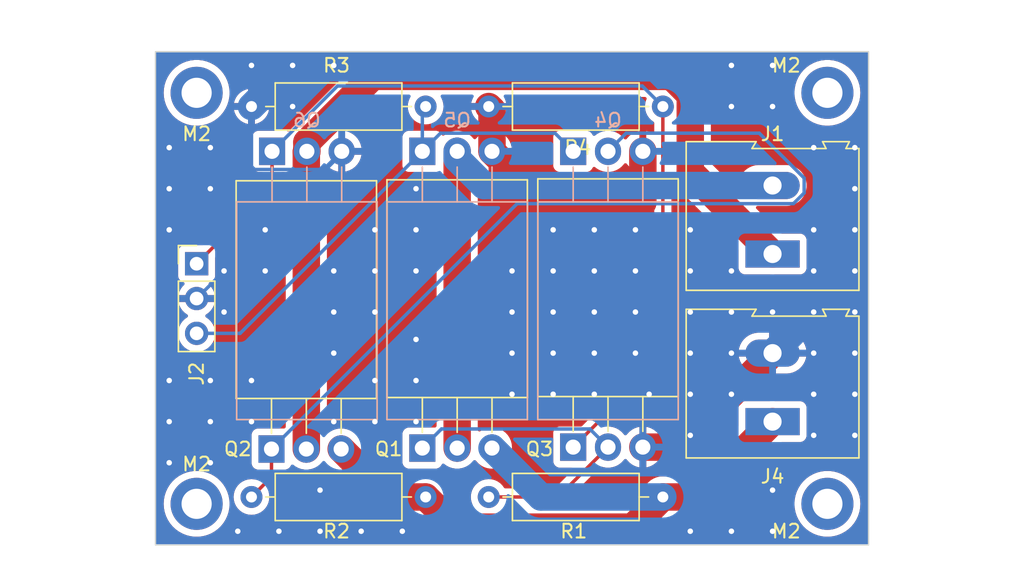
<source format=kicad_pcb>
(kicad_pcb (version 20221018) (generator pcbnew)
  (layers (0 "F.Cu" signal) (31 "B.Cu" signal) (34 "B.Paste" user) (35 "F.Paste" user) (36 "B.SilkS" user "B.Silkscreen") (37 "F.SilkS" user "F.Silkscreen") (38 "B.Mask" user) (39 "F.Mask" user) (44 "Edge.Cuts" user))
  (net 0 "")
  (net 1 "/B")
  (net 2 "Net-(J1-Pin_1)")
  (net 3 "GND")
  (net 4 "VDD")
  (net 5 "/A")
  (net 6 "Net-(J1-Pin_2)")
  (net 7 "Net-(Q1-G)")
  (net 8 "Net-(Q2-G)")
  (footprint "Resistor_THT:R_Axial_DIN0309_L9.0mm_D3.2mm_P12.70mm_Horizontal" (layer "F.Cu") (at 154 61.5 180)
    (fp_text reference "R1" (at 6.5 -2.5) (layer "F.SilkS"))
    (fp_text value "10k")
    (fp_line (start 1.04 0) (end 1.73 0) (stroke (width 0.12)) (layer "F.SilkS"))
    (fp_line (start 1.73 -1.72) (end 1.73 1.72) (stroke (width 0.12)) (layer "F.SilkS"))
    (fp_line (start 1.73 1.72) (end 10.97 1.72) (stroke (width 0.12)) (layer "F.SilkS"))
    (fp_line (start 10.97 -1.72) (end 1.73 -1.72) (stroke (width 0.12)) (layer "F.SilkS"))
    (fp_line (start 10.97 1.72) (end 10.97 -1.72) (stroke (width 0.12)) (layer "F.SilkS"))
    (fp_line (start 11.66 0) (end 10.97 0) (stroke (width 0.12)) (layer "F.SilkS"))
    (pad "1" thru_hole circle (at 0 0 180) (size 1.6 1.6) (drill 0.8) (layers "*.Cu" "*.Mask") (net 4 "VDD"))
    (pad "2" thru_hole oval (at 12.7 0 180) (size 1.6 1.6) (drill 0.8) (layers "*.Cu" "*.Mask") (net 7 "Net-(Q1-G)"))
  )
  (footprint "MountingHole:MountingHole_2.2mm_M2_DIN965_Pad" (layer "F.Cu") (at 166 62)
    (fp_text reference "M2" (at -3 2) (layer "F.SilkS"))
    (fp_text value "MountingHole_2.2mm_M2_DIN965_Pad")
    (pad "1" thru_hole circle (at 0 0) (size 3.8 3.8) (drill 2.2) (layers "*.Cu" "*.Mask"))
  )
  (footprint "MountingHole:MountingHole_2.2mm_M2_DIN965_Pad" (layer "F.Cu") (at 120 62)
    (fp_text reference "M2" (at 0 -2.9) (layer "F.SilkS"))
    (fp_text value "MountingHole_2.2mm_M2_DIN965_Pad")
    (pad "1" thru_hole circle (at 0 0) (size 3.8 3.8) (drill 2.2) (layers "*.Cu" "*.Mask"))
  )
  (footprint "Resistor_THT:R_Axial_DIN0309_L9.0mm_D3.2mm_P12.70mm_Horizontal" (layer "F.Cu") (at 136.7 61.5 180)
    (fp_text reference "R2" (at 6.5 -2.5) (layer "F.SilkS"))
    (fp_text value "10k")
    (fp_line (start 1.04 0) (end 1.73 0) (stroke (width 0.12)) (layer "F.SilkS"))
    (fp_line (start 1.73 -1.72) (end 1.73 1.72) (stroke (width 0.12)) (layer "F.SilkS"))
    (fp_line (start 1.73 1.72) (end 10.97 1.72) (stroke (width 0.12)) (layer "F.SilkS"))
    (fp_line (start 10.97 -1.72) (end 1.73 -1.72) (stroke (width 0.12)) (layer "F.SilkS"))
    (fp_line (start 10.97 1.72) (end 10.97 -1.72) (stroke (width 0.12)) (layer "F.SilkS"))
    (fp_line (start 11.66 0) (end 10.97 0) (stroke (width 0.12)) (layer "F.SilkS"))
    (pad "1" thru_hole circle (at 0 0 180) (size 1.6 1.6) (drill 0.8) (layers "*.Cu" "*.Mask") (net 4 "VDD"))
    (pad "2" thru_hole oval (at 12.7 0 180) (size 1.6 1.6) (drill 0.8) (layers "*.Cu" "*.Mask") (net 8 "Net-(Q2-G)"))
  )
  (footprint "Package_TO_SOT_THT:TO-220-3_Horizontal_TabDown" (layer "F.Cu") (at 136.46 57.93)
    (fp_text reference "Q1" (at -2.46 0.07) (layer "F.SilkS"))
    (fp_text value "IRF9540N")
    (fp_line (start -2.58 -19.58) (end -2.58 -3.69) (stroke (width 0.12)) (layer "F.SilkS"))
    (fp_line (start -2.58 -19.58) (end 7.66 -19.58) (stroke (width 0.12)) (layer "F.SilkS"))
    (fp_line (start -2.58 -3.69) (end 7.66 -3.69) (stroke (width 0.12)) (layer "F.SilkS"))
    (fp_line (start 0 -3.69) (end 0 -1.15) (stroke (width 0.12)) (layer "F.SilkS"))
    (fp_line (start 2.54 -3.69) (end 2.54 -1.15) (stroke (width 0.12)) (layer "F.SilkS"))
    (fp_line (start 5.08 -3.69) (end 5.08 -1.15) (stroke (width 0.12)) (layer "F.SilkS"))
    (fp_line (start 7.66 -19.58) (end 7.66 -3.69) (stroke (width 0.12)) (layer "F.SilkS"))
    (pad "1" thru_hole rect (at 0 0) (size 1.905 2) (drill 1.1) (layers "*.Cu" "*.Mask") (net 7 "Net-(Q1-G)"))
    (pad "2" thru_hole oval (at 2.54 0) (size 1.905 2) (drill 1.1) (layers "*.Cu" "*.Mask") (net 6 "Net-(J1-Pin_2)"))
    (pad "3" thru_hole oval (at 5.08 0) (size 1.905 2) (drill 1.1) (layers "*.Cu" "*.Mask") (net 4 "VDD"))
  )
  (footprint "Resistor_THT:R_Axial_DIN0309_L9.0mm_D3.2mm_P12.70mm_Horizontal" (layer "F.Cu") (at 136.7 33 180)
    (fp_text reference "R3" (at 6.5 3) (layer "F.SilkS"))
    (fp_text value "10k")
    (fp_line (start 1.04 0) (end 1.73 0) (stroke (width 0.12)) (layer "F.SilkS"))
    (fp_line (start 1.73 -1.72) (end 1.73 1.72) (stroke (width 0.12)) (layer "F.SilkS"))
    (fp_line (start 1.73 1.72) (end 10.97 1.72) (stroke (width 0.12)) (layer "F.SilkS"))
    (fp_line (start 10.97 -1.72) (end 1.73 -1.72) (stroke (width 0.12)) (layer "F.SilkS"))
    (fp_line (start 10.97 1.72) (end 10.97 -1.72) (stroke (width 0.12)) (layer "F.SilkS"))
    (fp_line (start 11.66 0) (end 10.97 0) (stroke (width 0.12)) (layer "F.SilkS"))
    (pad "1" thru_hole circle (at 0 0 180) (size 1.6 1.6) (drill 0.8) (layers "*.Cu" "*.Mask") (net 1 "/B"))
    (pad "2" thru_hole oval (at 12.7 0 180) (size 1.6 1.6) (drill 0.8) (layers "*.Cu" "*.Mask") (net 3 "GND"))
  )
  (footprint "TerminalBlock:TerminalBlock_Altech_AK300-2_P5.00mm" (layer "F.Cu") (at 162 56 90)
    (fp_text reference "J4" (at -4 0 180) (layer "F.SilkS"))
    (fp_text value "BATTERY")
    (fp_line (start -2.65 -6.3) (end -2.65 6.3) (stroke (width 0.12)) (layer "F.SilkS"))
    (fp_line (start -2.65 6.3) (end 7.7 6.3) (stroke (width 0.12)) (layer "F.SilkS"))
    (fp_line (start 7.7 -1.5) (end 8.2 -1.2) (stroke (width 0.12)) (layer "F.SilkS"))
    (fp_line (start 7.7 3.9) (end 7.7 -1.5) (stroke (width 0.12)) (layer "F.SilkS"))
    (fp_line (start 7.7 5.35) (end 8.2 5.6) (stroke (width 0.12)) (layer "F.SilkS"))
    (fp_line (start 7.7 6.3) (end 7.7 5.35) (stroke (width 0.12)) (layer "F.SilkS"))
    (fp_line (start 8.2 -6.3) (end -2.65 -6.3) (stroke (width 0.12)) (layer "F.SilkS"))
    (fp_line (start 8.2 -1.2) (end 8.2 -6.3) (stroke (width 0.12)) (layer "F.SilkS"))
    (fp_line (start 8.2 3.65) (end 7.7 3.9) (stroke (width 0.12)) (layer "F.SilkS"))
    (fp_line (start 8.2 3.7) (end 8.2 3.65) (stroke (width 0.12)) (layer "F.SilkS"))
    (fp_line (start 8.2 5.6) (end 8.2 3.7) (stroke (width 0.12)) (layer "F.SilkS"))
    (pad "1" thru_hole rect (at 0 0 90) (size 1.98 3.96) (drill 1.32) (layers "*.Cu" "*.Mask") (net 4 "VDD"))
    (pad "2" thru_hole oval (at 5 0 90) (size 1.98 3.96) (drill 1.32) (layers "*.Cu" "*.Mask") (net 3 "GND"))
  )
  (footprint "MountingHole:MountingHole_2.2mm_M2_DIN965_Pad" (layer "F.Cu") (at 166 32)
    (fp_text reference "M2" (at -3 -2) (layer "F.SilkS"))
    (fp_text value "MountingHole_2.2mm_M2_DIN965_Pad")
    (pad "1" thru_hole circle (at 0 0) (size 3.8 3.8) (drill 2.2) (layers "*.Cu" "*.Mask"))
  )
  (footprint "Package_TO_SOT_THT:TO-220-3_Horizontal_TabDown" (layer "F.Cu") (at 125.46 58)
    (fp_text reference "Q2" (at -2.46 0 180) (layer "F.SilkS"))
    (fp_text value "IRF9540N")
    (fp_line (start -2.58 -19.58) (end -2.58 -3.69) (stroke (width 0.12)) (layer "F.SilkS"))
    (fp_line (start -2.58 -19.58) (end 7.66 -19.58) (stroke (width 0.12)) (layer "F.SilkS"))
    (fp_line (start -2.58 -3.69) (end 7.66 -3.69) (stroke (width 0.12)) (layer "F.SilkS"))
    (fp_line (start 0 -3.69) (end 0 -1.15) (stroke (width 0.12)) (layer "F.SilkS"))
    (fp_line (start 2.54 -3.69) (end 2.54 -1.15) (stroke (width 0.12)) (layer "F.SilkS"))
    (fp_line (start 5.08 -3.69) (end 5.08 -1.15) (stroke (width 0.12)) (layer "F.SilkS"))
    (fp_line (start 7.66 -19.58) (end 7.66 -3.69) (stroke (width 0.12)) (layer "F.SilkS"))
    (pad "1" thru_hole rect (at 0 0) (size 1.905 2) (drill 1.1) (layers "*.Cu" "*.Mask") (net 8 "Net-(Q2-G)"))
    (pad "2" thru_hole oval (at 2.54 0) (size 1.905 2) (drill 1.1) (layers "*.Cu" "*.Mask") (net 2 "Net-(J1-Pin_1)"))
    (pad "3" thru_hole oval (at 5.08 0) (size 1.905 2) (drill 1.1) (layers "*.Cu" "*.Mask") (net 4 "VDD"))
  )
  (footprint "Resistor_THT:R_Axial_DIN0309_L9.0mm_D3.2mm_P12.70mm_Horizontal" (layer "F.Cu") (at 154 33 180)
    (fp_text reference "R4" (at 6.2 -3) (layer "F.SilkS"))
    (fp_text value "10k")
    (fp_line (start 1.04 0) (end 1.73 0) (stroke (width 0.12)) (layer "F.SilkS"))
    (fp_line (start 1.73 -1.72) (end 1.73 1.72) (stroke (width 0.12)) (layer "F.SilkS"))
    (fp_line (start 1.73 1.72) (end 10.97 1.72) (stroke (width 0.12)) (layer "F.SilkS"))
    (fp_line (start 10.97 -1.72) (end 1.73 -1.72) (stroke (width 0.12)) (layer "F.SilkS"))
    (fp_line (start 10.97 1.72) (end 10.97 -1.72) (stroke (width 0.12)) (layer "F.SilkS"))
    (fp_line (start 11.66 0) (end 10.97 0) (stroke (width 0.12)) (layer "F.SilkS"))
    (pad "1" thru_hole circle (at 0 0 180) (size 1.6 1.6) (drill 0.8) (layers "*.Cu" "*.Mask") (net 5 "/A"))
    (pad "2" thru_hole oval (at 12.7 0 180) (size 1.6 1.6) (drill 0.8) (layers "*.Cu" "*.Mask") (net 3 "GND"))
  )
  (footprint "TerminalBlock:TerminalBlock_Altech_AK300-2_P5.00mm" (layer "F.Cu") (at 162 43.765 90)
    (fp_text reference "J1" (at 8.765 0 180) (layer "F.SilkS"))
    (fp_text value "MOTOR")
    (fp_line (start -2.65 -6.3) (end -2.65 6.3) (stroke (width 0.12)) (layer "F.SilkS"))
    (fp_line (start -2.65 6.3) (end 7.7 6.3) (stroke (width 0.12)) (layer "F.SilkS"))
    (fp_line (start 7.7 -1.5) (end 8.2 -1.2) (stroke (width 0.12)) (layer "F.SilkS"))
    (fp_line (start 7.7 3.9) (end 7.7 -1.5) (stroke (width 0.12)) (layer "F.SilkS"))
    (fp_line (start 7.7 5.35) (end 8.2 5.6) (stroke (width 0.12)) (layer "F.SilkS"))
    (fp_line (start 7.7 6.3) (end 7.7 5.35) (stroke (width 0.12)) (layer "F.SilkS"))
    (fp_line (start 8.2 -6.3) (end -2.65 -6.3) (stroke (width 0.12)) (layer "F.SilkS"))
    (fp_line (start 8.2 -1.2) (end 8.2 -6.3) (stroke (width 0.12)) (layer "F.SilkS"))
    (fp_line (start 8.2 3.65) (end 7.7 3.9) (stroke (width 0.12)) (layer "F.SilkS"))
    (fp_line (start 8.2 3.7) (end 8.2 3.65) (stroke (width 0.12)) (layer "F.SilkS"))
    (fp_line (start 8.2 5.6) (end 8.2 3.7) (stroke (width 0.12)) (layer "F.SilkS"))
    (pad "1" thru_hole rect (at 0 0 90) (size 1.98 3.96) (drill 1.32) (layers "*.Cu" "*.Mask") (net 2 "Net-(J1-Pin_1)"))
    (pad "2" thru_hole oval (at 5 0 90) (size 1.98 3.96) (drill 1.32) (layers "*.Cu" "*.Mask") (net 6 "Net-(J1-Pin_2)"))
  )
  (footprint "Connector_PinHeader_2.54mm:PinHeader_1x03_P2.54mm_Vertical" (layer "F.Cu") (at 120 44.475)
    (fp_text reference "J2" (at 0 8.025 90) (layer "F.SilkS"))
    (fp_text value "Control")
    (fp_line (start -1.33 -1.33) (end 0 -1.33) (stroke (width 0.12)) (layer "F.SilkS"))
    (fp_line (start -1.33 0) (end -1.33 -1.33) (stroke (width 0.12)) (layer "F.SilkS"))
    (fp_line (start -1.33 1.27) (end -1.33 6.41) (stroke (width 0.12)) (layer "F.SilkS"))
    (fp_line (start -1.33 1.27) (end 1.33 1.27) (stroke (width 0.12)) (layer "F.SilkS"))
    (fp_line (start -1.33 6.41) (end 1.33 6.41) (stroke (width 0.12)) (layer "F.SilkS"))
    (fp_line (start 1.33 1.27) (end 1.33 6.41) (stroke (width 0.12)) (layer "F.SilkS"))
    (pad "1" thru_hole rect (at 0 0) (size 1.7 1.7) (drill 1) (layers "*.Cu" "*.Mask") (net 5 "/A"))
    (pad "2" thru_hole oval (at 0 2.54) (size 1.7 1.7) (drill 1) (layers "*.Cu" "*.Mask") (net 3 "GND"))
    (pad "3" thru_hole oval (at 0 5.08) (size 1.7 1.7) (drill 1) (layers "*.Cu" "*.Mask") (net 1 "/B"))
  )
  (footprint "Package_TO_SOT_THT:TO-220-3_Horizontal_TabDown" (layer "F.Cu") (at 147.46 57.86)
    (fp_text reference "Q3" (at -2.46 0.14) (layer "F.SilkS"))
    (fp_text value "IRF510")
    (fp_line (start -2.58 -19.58) (end -2.58 -3.69) (stroke (width 0.12)) (layer "F.SilkS"))
    (fp_line (start -2.58 -19.58) (end 7.66 -19.58) (stroke (width 0.12)) (layer "F.SilkS"))
    (fp_line (start -2.58 -3.69) (end 7.66 -3.69) (stroke (width 0.12)) (layer "F.SilkS"))
    (fp_line (start 0 -3.69) (end 0 -1.15) (stroke (width 0.12)) (layer "F.SilkS"))
    (fp_line (start 2.54 -3.69) (end 2.54 -1.15) (stroke (width 0.12)) (layer "F.SilkS"))
    (fp_line (start 5.08 -3.69) (end 5.08 -1.15) (stroke (width 0.12)) (layer "F.SilkS"))
    (fp_line (start 7.66 -19.58) (end 7.66 -3.69) (stroke (width 0.12)) (layer "F.SilkS"))
    (pad "1" thru_hole rect (at 0 0) (size 1.905 2) (drill 1.1) (layers "*.Cu" "*.Mask") (net 5 "/A"))
    (pad "2" thru_hole oval (at 2.54 0) (size 1.905 2) (drill 1.1) (layers "*.Cu" "*.Mask") (net 7 "Net-(Q1-G)"))
    (pad "3" thru_hole oval (at 5.08 0) (size 1.905 2) (drill 1.1) (layers "*.Cu" "*.Mask") (net 3 "GND"))
  )
  (footprint "MountingHole:MountingHole_2.2mm_M2_DIN965_Pad" (layer "F.Cu") (at 120 32)
    (fp_text reference "M2" (at 0 3) (layer "F.SilkS"))
    (fp_text value "MountingHole_2.2mm_M2_DIN965_Pad")
    (pad "1" thru_hole circle (at 0 0) (size 3.8 3.8) (drill 2.2) (layers "*.Cu" "*.Mask"))
  )
  (footprint "Package_TO_SOT_THT:TO-220-3_Horizontal_TabDown" (layer "B.Cu") (at 125.5 36.27)
    (fp_text reference "Q6" (at 2.54 -2.27 180) (layer "B.SilkS") (effects (justify mirror)))
    (fp_text value "IRF510")
    (fp_line (start -2.58 3.69) (end 7.66 3.69) (stroke (width 0.12)) (layer "B.SilkS"))
    (fp_line (start -2.58 19.58) (end -2.58 3.69) (stroke (width 0.12)) (layer "B.SilkS"))
    (fp_line (start -2.58 19.58) (end 7.66 19.58) (stroke (width 0.12)) (layer "B.SilkS"))
    (fp_line (start 0 3.69) (end 0 1.15) (stroke (width 0.12)) (layer "B.SilkS"))
    (fp_line (start 2.54 3.69) (end 2.54 1.15) (stroke (width 0.12)) (layer "B.SilkS"))
    (fp_line (start 5.08 3.69) (end 5.08 1.15) (stroke (width 0.12)) (layer "B.SilkS"))
    (fp_line (start 7.66 19.58) (end 7.66 3.69) (stroke (width 0.12)) (layer "B.SilkS"))
    (pad "1" thru_hole rect (at 0 0) (size 1.905 2) (drill 1.1) (layers "*.Cu" "*.Mask") (net 5 "/A"))
    (pad "2" thru_hole oval (at 2.54 0) (size 1.905 2) (drill 1.1) (layers "*.Cu" "*.Mask") (net 2 "Net-(J1-Pin_1)"))
    (pad "3" thru_hole oval (at 5.08 0) (size 1.905 2) (drill 1.1) (layers "*.Cu" "*.Mask") (net 3 "GND"))
  )
  (footprint "Package_TO_SOT_THT:TO-220-3_Horizontal_TabDown" (layer "B.Cu") (at 136.46 36.27)
    (fp_text reference "Q5" (at 2.54 -2.27 180) (layer "B.SilkS") (effects (justify mirror)))
    (fp_text value "IRF510")
    (fp_line (start -2.58 3.69) (end 7.66 3.69) (stroke (width 0.12)) (layer "B.SilkS"))
    (fp_line (start -2.58 19.58) (end -2.58 3.69) (stroke (width 0.12)) (layer "B.SilkS"))
    (fp_line (start -2.58 19.58) (end 7.66 19.58) (stroke (width 0.12)) (layer "B.SilkS"))
    (fp_line (start 0 3.69) (end 0 1.15) (stroke (width 0.12)) (layer "B.SilkS"))
    (fp_line (start 2.54 3.69) (end 2.54 1.15) (stroke (width 0.12)) (layer "B.SilkS"))
    (fp_line (start 5.08 3.69) (end 5.08 1.15) (stroke (width 0.12)) (layer "B.SilkS"))
    (fp_line (start 7.66 19.58) (end 7.66 3.69) (stroke (width 0.12)) (layer "B.SilkS"))
    (pad "1" thru_hole rect (at 0 0) (size 1.905 2) (drill 1.1) (layers "*.Cu" "*.Mask") (net 1 "/B"))
    (pad "2" thru_hole oval (at 2.54 0) (size 1.905 2) (drill 1.1) (layers "*.Cu" "*.Mask") (net 6 "Net-(J1-Pin_2)"))
    (pad "3" thru_hole oval (at 5.08 0) (size 1.905 2) (drill 1.1) (layers "*.Cu" "*.Mask") (net 3 "GND"))
  )
  (footprint "Package_TO_SOT_THT:TO-220-3_Horizontal_TabDown" (layer "B.Cu") (at 147.46 36.27)
    (fp_text reference "Q4" (at 2.54 -2.27 180) (layer "B.SilkS") (effects (justify mirror)))
    (fp_text value "IRF510")
    (fp_line (start -2.58 3.69) (end 7.66 3.69) (stroke (width 0.12)) (layer "B.SilkS"))
    (fp_line (start -2.58 19.58) (end -2.58 3.69) (stroke (width 0.12)) (layer "B.SilkS"))
    (fp_line (start -2.58 19.58) (end 7.66 19.58) (stroke (width 0.12)) (layer "B.SilkS"))
    (fp_line (start 0 3.69) (end 0 1.15) (stroke (width 0.12)) (layer "B.SilkS"))
    (fp_line (start 2.54 3.69) (end 2.54 1.15) (stroke (width 0.12)) (layer "B.SilkS"))
    (fp_line (start 5.08 3.69) (end 5.08 1.15) (stroke (width 0.12)) (layer "B.SilkS"))
    (fp_line (start 7.66 19.58) (end 7.66 3.69) (stroke (width 0.12)) (layer "B.SilkS"))
    (pad "1" thru_hole rect (at 0 0) (size 1.905 2) (drill 1.1) (layers "*.Cu" "*.Mask") (net 1 "/B"))
    (pad "2" thru_hole oval (at 2.54 0) (size 1.905 2) (drill 1.1) (layers "*.Cu" "*.Mask") (net 8 "Net-(Q2-G)"))
    (pad "3" thru_hole oval (at 5.08 0) (size 1.905 2) (drill 1.1) (layers "*.Cu" "*.Mask") (net 3 "GND"))
  )
  (gr_rect (start 117 29) (end 169 65) (stroke (width 0.1)) (fill none) (layer "Edge.Cuts"))
  (segment (start 147.46 36.27) (end 146.135 34.945) (width 0.25) (layer "B.Cu") (net 1))
  (segment (start 146.135 34.945) (end 137.785 34.945) (width 0.25) (layer "B.Cu") (net 1))
  (segment (start 137.785 34.945) (end 136.46 36.27) (width 0.25) (layer "B.Cu") (net 1))
  (segment (start 123.175 49.555) (end 120 49.555) (width 0.25) (layer "B.Cu") (net 1))
  (segment (start 136.46 36.27) (end 123.175 49.555) (width 0.25) (layer "B.Cu") (net 1))
  (segment (start 136.46 33.24) (end 136.7 33) (width 0.25) (layer "B.Cu") (net 1))
  (segment (start 136.46 36.27) (end 136.46 33.24) (width 0.25) (layer "B.Cu") (net 1))
  (segment (start 154.628428 30.8) (end 132.8525 30.8) (width 2) (layer "F.Cu") (net 2))
  (segment (start 128.04 35.6125) (end 128.04 36.27) (width 2) (layer "F.Cu") (net 2))
  (segment (start 128 58) (end 128 36.31) (width 2) (layer "F.Cu") (net 2))
  (segment (start 156 37.765) (end 156 32.171572) (width 2) (layer "F.Cu") (net 2))
  (segment (start 132.8525 30.8) (end 128.04 35.6125) (width 2) (layer "F.Cu") (net 2))
  (segment (start 156 32.171572) (end 154.628428 30.8) (width 2) (layer "F.Cu") (net 2))
  (segment (start 128 36.31) (end 128.04 36.27) (width 2) (layer "F.Cu") (net 2))
  (segment (start 162 43.765) (end 156 37.765) (width 2) (layer "F.Cu") (net 2))
  (segment (start 147.27 42) (end 146.81 41.54) (width 2) (layer "F.Cu") (net 3))
  (segment (start 156 57) (end 159 54) (width 2) (layer "F.Cu") (net 3))
  (segment (start 141.54 36.27) (end 141.54 33.24) (width 2) (layer "F.Cu") (net 3))
  (segment (start 151 41.54) (end 150.54 42) (width 2) (layer "F.Cu") (net 3))
  (segment (start 159 54) (end 162 51) (width 2) (layer "F.Cu") (net 3))
  (segment (start 141.54 36.27) (end 146 40.73) (width 2) (layer "F.Cu") (net 3))
  (segment (start 146 40.73) (end 146 42) (width 2) (layer "F.Cu") (net 3))
  (segment (start 152.54 57.86) (end 155.14 57.86) (width 2) (layer "F.Cu") (net 3))
  (segment (start 152 42) (end 152 40.54) (width 2) (layer "F.Cu") (net 3))
  (segment (start 149.46 41.54) (end 151 41.54) (width 2) (layer "F.Cu") (net 3))
  (segment (start 146.81 41.54) (end 148.54 41.54) (width 2) (layer "F.Cu") (net 3))
  (segment (start 150.54 42) (end 152 42) (width 2) (layer "F.Cu") (net 3))
  (segment (start 141.54 33.24) (end 141.3 33) (width 2) (layer "F.Cu") (net 3))
  (segment (start 152 40.54) (end 152.54 40) (width 2) (layer "F.Cu") (net 3))
  (segment (start 155.14 57.86) (end 156 57) (width 2) (layer "F.Cu") (net 3))
  (segment (start 146 42) (end 147.27 42) (width 2) (layer "F.Cu") (net 3))
  (segment (start 149 42) (end 149.46 41.54) (width 2) (layer "F.Cu") (net 3))
  (segment (start 152.54 40) (end 152.54 36.27) (width 2) (layer "F.Cu") (net 3))
  (segment (start 148.54 41.54) (end 149 42) (width 2) (layer "F.Cu") (net 3))
  (via (at 118 39) (size 0.8) (drill 0.4) (layers "F.Cu" "B.Cu") (net 3))
  (via (at 146 48) (size 0.8) (drill 0.4) (layers "F.Cu" "B.Cu") (net 3))
  (via (at 153 54) (size 0.8) (drill 0.4) (layers "F.Cu" "B.Cu") (net 3))
  (via (at 152 51) (size 0.8) (drill 0.4) (layers "F.Cu" "B.Cu") (net 3))
  (via (at 121 39) (size 0.8) (drill 0.4) (layers "F.Cu" "B.Cu") (net 3))
  (via (at 168 36) (size 0.8) (drill 0.4) (layers "F.Cu" "B.Cu") (net 3))
  (via (at 122 45) (size 0.8) (drill 0.4) (layers "F.Cu" "B.Cu") (net 3))
  (via (at 165 36) (size 0.8) (drill 0.4) (layers "F.Cu" "B.Cu") (net 3))
  (via (at 118 59) (size 0.8) (drill 0.4) (layers "F.Cu" "B.Cu") (net 3))
  (via (at 149 45) (size 0.8) (drill 0.4) (layers "F.Cu" "B.Cu") (net 3))
  (via (at 132 64) (size 0.8) (drill 0.4) (layers "F.Cu" "B.Cu") (net 3))
  (via (at 165 48) (size 0.8) (drill 0.4) (layers "F.Cu" "B.Cu") (net 3))
  (via (at 149 51) (size 0.8) (drill 0.4) (layers "F.Cu" "B.Cu") (net 3))
  (via (at 129 64) (size 0.8) (drill 0.4) (layers "F.Cu" "B.Cu") (net 3))
  (via (at 165 54) (size 0.8) (drill 0.4) (layers "F.Cu" "B.Cu") (net 3))
  (via (at 156 45) (size 0.8) (drill 0.4) (layers "F.Cu" "B.Cu") (net 3))
  (via (at 156 54) (size 0.8) (drill 0.4) (layers "F.Cu" "B.Cu") (net 3))
  (via (at 127 33) (size 0.8) (drill 0.4) (layers "F.Cu" "B.Cu") (net 3))
  (via (at 136 50) (size 0.8) (drill 0.4) (layers "F.Cu" "B.Cu") (net 3))
  (via (at 123 64) (size 0.8) (drill 0.4) (layers "F.Cu" "B.Cu") (net 3))
  (via (at 143 54) (size 0.8) (drill 0.4) (layers "F.Cu" "B.Cu") (net 3))
  (via (at 159 33) (size 0.8) (drill 0.4) (layers "F.Cu" "B.Cu") (net 3))
  (via (at 146 42) (size 0.8) (drill 0.4) (layers "F.Cu" "B.Cu") (net 3))
  (via (at 130 48) (size 0.8) (drill 0.4) (layers "F.Cu" "B.Cu") (net 3))
  (via (at 159 54) (size 0.8) (drill 0.4) (layers "F.Cu" "B.Cu") (net 3))
  (via (at 136 53) (size 0.8) (drill 0.4) (layers "F.Cu" "B.Cu") (net 3))
  (via (at 122 48) (size 0.8) (drill 0.4) (layers "F.Cu" "B.Cu") (net 3))
  (via (at 159 64) (size 0.8) (drill 0.4) (layers "F.Cu" "B.Cu") (net 3))
  (via (at 152 48) (size 0.8) (drill 0.4) (layers "F.Cu" "B.Cu") (net 3))
  (via (at 125 45) (size 0.8) (drill 0.4) (layers "F.Cu" "B.Cu") (net 3))
  (via (at 125 42) (size 0.8) (drill 0.4) (layers "F.Cu" "B.Cu") (net 3))
  (via (at 165 51) (size 0.8) (drill 0.4) (layers "F.Cu" "B.Cu") (net 3))
  (via (at 149 48) (size 0.8) (drill 0.4) (layers "F.Cu" "B.Cu") (net 3))
  (via (at 136 42) (size 0.8) (drill 0.4) (layers "F.Cu" "B.Cu") (net 3))
  (via (at 159 51) (size 0.8) (drill 0.4) (layers "F.Cu" "B.Cu") (net 3))
  (via (at 149 54) (size 0.8) (drill 0.4) (layers "F.Cu" "B.Cu") (net 3))
  (via (at 162 33) (size 0.8) (drill 0.4) (layers "F.Cu" "B.Cu") (net 3))
  (via (at 121 59) (size 0.8) (drill 0.4) (layers "F.Cu" "B.Cu") (net 3))
  (via (at 159 48) (size 0.8) (drill 0.4) (layers "F.Cu" "B.Cu") (net 3))
  (via (at 136 56) (size 0.8) (drill 0.4) (layers "F.Cu" "B.Cu") (net 3))
  (via (at 118 56) (size 0.8) (drill 0.4) (layers "F.Cu" "B.Cu") (net 3))
  (via (at 162 48) (size 0.8) (drill 0.4) (layers "F.Cu" "B.Cu") (net 3))
  (via (at 168 48) (size 0.8) (drill 0.4) (layers "F.Cu" "B.Cu") (net 3))
  (via (at 130 45) (size 0.8) (drill 0.4) (layers "F.Cu" "B.Cu") (net 3))
  (via (at 135 64) (size 0.8) (drill 0.4) (layers "F.Cu" "B.Cu") (net 3))
  (via (at 146 45) (size 0.8) (drill 0.4) (layers "F.Cu" "B.Cu") (net 3))
  (via (at 130 30) (size 0.8) (drill 0.4) (layers "F.Cu" "B.Cu") (net 3))
  (via (at 133 42) (size 0.8) (drill 0.4) (layers "F.Cu" "B.Cu") (net 3))
  (via (at 156 48) (size 0.8) (drill 0.4) (layers "F.Cu" "B.Cu") (net 3))
  (via (at 133 48) (size 0.8) (drill 0.4) (layers "F.Cu" "B.Cu") (net 3))
  (via (at 149 42) (size 0.8) (drill 0.4) (layers "F.Cu" "B.Cu") (net 3))
  (via (at 133 56) (size 0.8) (drill 0.4) (layers "F.Cu" "B.Cu") (net 3))
  (via (at 127 30) (size 0.8) (drill 0.4) (layers "F.Cu" "B.Cu") (net 3))
  (via (at 118 53) (size 0.8) (drill 0.4) (layers "F.Cu" "B.Cu") (net 3))
  (via (at 136 39) (size 0.8) (drill 0.4) (layers "F.Cu" "B.Cu") (net 3))
  (via (at 159 30) (size 0.8) (drill 0.4) (layers "F.Cu" "B.Cu") (net 3))
  (via (at 168 54) (size 0.8) (drill 0.4) (layers "F.Cu" "B.Cu") (net 3))
  (via (at 156 42) (size 0.8) (drill 0.4) (layers "F.Cu" "B.Cu") (net 3))
  (via (at 162 30) (size 0.8) (drill 0.4) (layers "F.Cu" "B.Cu") (net 3))
  (via (at 121 56) (size 0.8) (drill 0.4) (layers "F.Cu" "B.Cu") (net 3))
  (via (at 118 42) (size 0.8) (drill 0.4) (layers "F.Cu" "B.Cu") (net 3))
  (via (at 143 45) (size 0.8) (drill 0.4) (layers "F.Cu" "B.Cu") (net 3))
  (via (at 133 45) (size 0.8) (drill 0.4) (layers "F.Cu" "B.Cu") (net 3))
  (via (at 162 61) (size 0.8) (drill 0.4) (layers "F.Cu" "B.Cu") (net 3))
  (via (at 168 42) (size 0.8) (drill 0.4) (layers "F.Cu" "B.Cu") (net 3))
  (via (at 121 53) (size 0.8) (drill 0.4) (layers "F.Cu" "B.Cu") (net 3))
  (via (at 168 39) (size 0.8) (drill 0.4) (layers "F.Cu" "B.Cu") (net 3))
  (via (at 130 51) (size 0.8) (drill 0.4) (layers "F.Cu" "B.Cu") (net 3))
  (via (at 143 51) (size 0.8) (drill 0.4) (layers "F.Cu" "B.Cu") (net 3))
  (via (at 156 57) (size 0.8) (drill 0.4) (layers "F.Cu" "B.Cu") (net 3))
  (via (at 118 36) (size 0.8) (drill 0.4) (layers "F.Cu" "B.Cu") (net 3))
  (via (at 168 57) (size 0.8) (drill 0.4) (layers "F.Cu" "B.Cu") (net 3))
  (via (at 168 45) (size 0.8) (drill 0.4) (layers "F.Cu" "B.Cu") (net 3))
  (via (at 146 54) (size 0.8) (drill 0.4) (layers "F.Cu" "B.Cu") (net 3))
  (via (at 146 51) (size 0.8) (drill 0.4) (layers "F.Cu" "B.Cu") (net 3))
  (via (at 156 51) (size 0.8) (drill 0.4) (layers "F.Cu" "B.Cu") (net 3))
  (via (at 130 56) (size 0.8) (drill 0.4) (layers "F.Cu" "B.Cu") (net 3))
  (via (at 162 64) (size 0.8) (drill 0.4) (layers "F.Cu" "B.Cu") (net 3))
  (via (at 124 56) (size 0.8) (drill 0.4) (layers "F.Cu" "B.Cu") (net 3))
  (via (at 136 45) (size 0.8) (drill 0.4) (layers "F.Cu" "B.Cu") (net 3))
  (via (at 165 57) (size 0.8) (drill 0.4) (layers "F.Cu" "B.Cu") (net 3))
  (via (at 165 45) (size 0.8) (drill 0.4) (layers "F.Cu" "B.Cu") (net 3))
  (via (at 133 53) (size 0.8) (drill 0.4) (layers "F.Cu" "B.Cu") (net 3))
  (via (at 126 64) (size 0.8) (drill 0.4) (layers "F.Cu" "B.Cu") (net 3))
  (via (at 159 45) (size 0.8) (drill 0.4) (layers "F.Cu" "B.Cu") (net 3))
  (via (at 124 30) (size 0.8) (drill 0.4) (layers "F.Cu" "B.Cu") (net 3))
  (via (at 143 48) (size 0.8) (drill 0.4) (layers "F.Cu" "B.Cu") (net 3))
  (via (at 124 53) (size 0.8) (drill 0.4) (layers "F.Cu" "B.Cu") (net 3))
  (via (at 121 36) (size 0.8) (drill 0.4) (layers "F.Cu" "B.Cu") (net 3))
  (via (at 156 64) (size 0.8) (drill 0.4) (layers "F.Cu" "B.Cu") (net 3))
  (via (at 129 61) (size 0.8) (drill 0.4) (layers "F.Cu" "B.Cu") (net 3))
  (via (at 152 42) (size 0.8) (drill 0.4) (layers "F.Cu" "B.Cu") (net 3))
  (via (at 168 51) (size 0.8) (drill 0.4) (layers "F.Cu" "B.Cu") (net 3))
  (via (at 165 42) (size 0.8) (drill 0.4) (layers "F.Cu" "B.Cu") (net 3))
  (via (at 152 45) (size 0.8) (drill 0.4) (layers "F.Cu" "B.Cu") (net 3))
  (segment (start 130.58 36.435) (end 130.58 36.27) (width 0.25) (layer "B.Cu") (net 3))
  (segment (start 158.7 30.175) (end 130.175 30.175) (width 2) (layer "B.Cu") (net 3))
  (segment (start 129.255 37.595) (end 124.2225 37.595) (width 0.25) (layer "B.Cu") (net 3))
  (segment (start 124 37.3725) (end 124 33) (width 0.25) (layer "B.Cu") (net 3))
  (segment (start 122 45) (end 122.015 45) (width 0.25) (layer "B.Cu") (net 3))
  (segment (start 122 45.015) (end 122 45) (width 0.25) (layer "B.Cu") (net 3))
  (segment (start 162 51) (end 165 48) (width 2) (layer "B.Cu") (net 3))
  (segment (start 125.015 42) (end 130.58 36.435) (width 0.25) (layer "B.Cu") (net 3))
  (segment (start 158.525 30) (end 158.7 30.175) (width 2) (layer "B.Cu") (net 3))
  (segment (start 167.284063 45.715937) (end 168 45) (width 2) (layer "B.Cu") (net 3))
  (segment (start 159 30) (end 158.525 30) (width 2) (layer "B.Cu") (net 3))
  (segment (start 168 39) (end 167.284063 38.759063) (width 2) (layer "B.Cu") (net 3))
  (segment (start 165 48) (end 167.284063 45.715937) (width 2) (layer "B.Cu") (net 3))
  (segment (start 164.525 36) (end 162 33.475) (width 2) (layer "B.Cu") (net 3))
  (segment (start 165 36) (end 164.525 36) (width 2) (layer "B.Cu") (net 3))
  (segment (start 126.825 30.175) (end 124 33) (width 2) (layer "B.Cu") (net 3))
  (segment (start 125 42.015) (end 125 42) (width 0.25) (layer "B.Cu") (net 3))
  (segment (start 162 33) (end 161.525 33) (width 2) (layer "B.Cu") (net 3))
  (segment (start 130 30) (end 129.825 30.175) (width 2) (layer "B.Cu") (net 3))
  (segment (start 165 36.475) (end 165 36) (width 2) (layer "B.Cu") (net 3))
  (segment (start 124.2225 37.595) (end 124 37.3725) (width 0.25) (layer "B.Cu") (net 3))
  (segment (start 130.58 36.27) (end 129.255 37.595) (width 0.25) (layer "B.Cu") (net 3))
  (segment (start 127 30) (end 126.825 30.175) (width 2) (layer "B.Cu") (net 3))
  (segment (start 129.825 30.175) (end 127 30) (width 2) (layer "B.Cu") (net 3))
  (segment (start 125 42) (end 125.015 42) (width 0.25) (layer "B.Cu") (net 3))
  (segment (start 161.525 33) (end 159 30.475) (width 2) (layer "B.Cu") (net 3))
  (segment (start 167.284063 38.759063) (end 165 36.475) (width 2) (layer "B.Cu") (net 3))
  (segment (start 168 45) (end 168 42) (width 2) (layer "B.Cu") (net 3))
  (segment (start 168 42) (end 168 39) (width 2) (layer "B.Cu") (net 3))
  (segment (start 130.175 30.175) (end 130 30) (width 2) (layer "B.Cu") (net 3))
  (segment (start 120 47.015) (end 122 45.015) (width 0.25) (layer "B.Cu") (net 3))
  (segment (start 159 30.475) (end 159 30) (width 2) (layer "B.Cu") (net 3))
  (segment (start 122.015 45) (end 125 42.015) (width 0.25) (layer "B.Cu") (net 3))
  (segment (start 162 33.475) (end 162 33) (width 2) (layer "B.Cu") (net 3))
  (segment (start 162 56) (end 156.5 61.5) (width 2) (layer "F.Cu") (net 4))
  (segment (start 156.5 61.5) (end 154 61.5) (width 2) (layer "F.Cu") (net 4))
  (segment (start 151.8 63.7) (end 154 61.5) (width 2) (layer "F.Cu") (net 4))
  (segment (start 134.04 61.5) (end 136.7 61.5) (width 2) (layer "F.Cu") (net 4))
  (segment (start 136.7 61.5) (end 138.9 63.7) (width 2) (layer "F.Cu") (net 4))
  (segment (start 138.9 63.7) (end 151.8 63.7) (width 2) (layer "F.Cu") (net 4))
  (segment (start 130.54 58) (end 134.04 61.5) (width 2) (layer "F.Cu") (net 4))
  (segment (start 145.11 61.5) (end 154 61.5) (width 2) (layer "B.Cu") (net 4))
  (segment (start 141.54 57.93) (end 145.11 61.5) (width 2) (layer "B.Cu") (net 4))
  (segment (start 125.5 36.27) (end 125.5 38.975) (width 0.25) (layer "F.Cu") (net 5))
  (segment (start 125.5 38.975) (end 120 44.475) (width 0.25) (layer "F.Cu") (net 5))
  (segment (start 147.46 57.86) (end 154 51.32) (width 0.25) (layer "F.Cu") (net 5))
  (segment (start 154 51.32) (end 154 33) (width 0.25) (layer "F.Cu") (net 5))
  (segment (start 154 33) (end 152.5 31.5) (width 0.25) (layer "B.Cu") (net 5))
  (segment (start 152.5 31.5) (end 130.27 31.5) (width 0.25) (layer "B.Cu") (net 5))
  (segment (start 130.27 31.5) (end 125.5 36.27) (width 0.25) (layer "B.Cu") (net 5))
  (segment (start 139 57.93) (end 139 36.27) (width 2) (layer "F.Cu") (net 6))
  (segment (start 140.943405 38.765) (end 139 36.821595) (width 2) (layer "B.Cu") (net 6))
  (segment (start 162 38.765) (end 140.943405 38.765) (width 2) (layer "B.Cu") (net 6))
  (segment (start 139 36.821595) (end 139 36.27) (width 2) (layer "B.Cu") (net 6))
  (segment (start 150 57.86) (end 146.36 61.5) (width 0.25) (layer "F.Cu") (net 7))
  (segment (start 146.36 61.5) (end 141.3 61.5) (width 0.25) (layer "F.Cu") (net 7))
  (segment (start 137.855 56.535) (end 148.675 56.535) (width 0.25) (layer "B.Cu") (net 7))
  (segment (start 136.46 57.93) (end 137.855 56.535) (width 0.25) (layer "B.Cu") (net 7))
  (segment (start 148.675 56.535) (end 150 57.86) (width 0.25) (layer "B.Cu") (net 7))
  (segment (start 125.46 60.04) (end 124 61.5) (width 0.25) (layer "F.Cu") (net 8))
  (segment (start 125.46 58) (end 125.46 60.04) (width 0.25) (layer "F.Cu") (net 8))
  (segment (start 164.305 38.220309) (end 161.029691 34.945) (width 0.25) (layer "B.Cu") (net 8))
  (segment (start 125.46 58) (end 143.37 40.09) (width 0.25) (layer "B.Cu") (net 8))
  (segment (start 161.029691 34.945) (end 151.325 34.945) (width 0.25) (layer "B.Cu") (net 8))
  (segment (start 163.524691 40.09) (end 164.305 39.309691) (width 0.25) (layer "B.Cu") (net 8))
  (segment (start 151.325 34.945) (end 150 36.27) (width 0.25) (layer "B.Cu") (net 8))
  (segment (start 143.37 40.09) (end 163.524691 40.09) (width 0.25) (layer "B.Cu") (net 8))
  (segment (start 164.305 39.309691) (end 164.305 38.220309) (width 0.25) (layer "B.Cu") (net 8))
  (zone (net 3) (net_name "GND") (layers "F&B.Cu") (connect_pads (clearance 0.5)) (min_thickness 0.25) (fill yes (thermal_gap 0.5) (thermal_bridge_width 0.5))
    (polygon (pts (xy 116.3 28) (xy 116.2 66.1) (xy 176.425 67.125) (xy 174.225 25.225)))
  )
)
</source>
